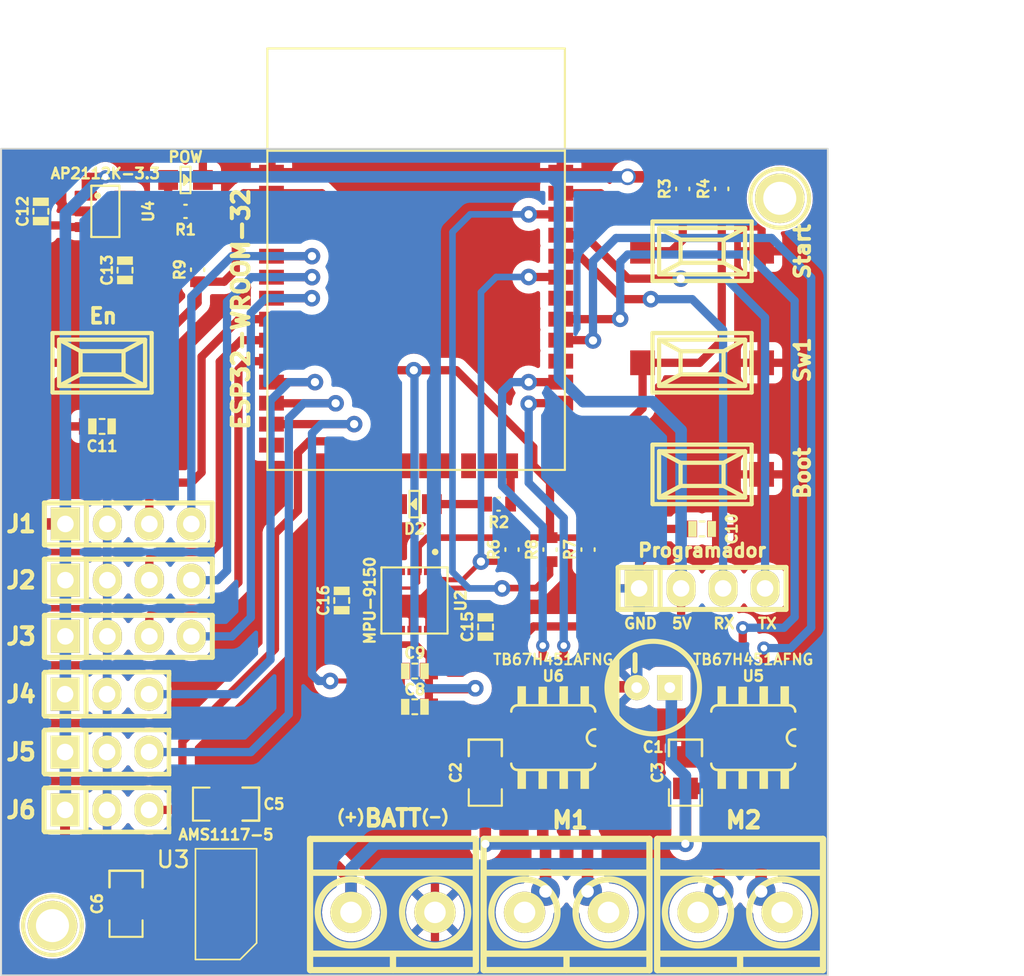
<source format=kicad_pcb>
(kicad_pcb (version 20221018) (generator pcbnew)
  (layers (0 "F.Cu" signal) (31 "B.Cu" signal) (34 "B.Paste" user) (35 "F.Paste" user) (36 "B.SilkS" user "B.Silkscreen") (37 "F.SilkS" user "F.Silkscreen") (38 "B.Mask" user) (39 "F.Mask" user) (44 "Edge.Cuts" user))
  (net 0 "")
  (net 1 "GND")
  (net 2 "/IO0")
  (net 3 "/EN")
  (net 4 "+5V")
  (net 5 "+3V3")
  (net 6 "VCC")
  (net 7 "Net-(U2-CPOUT)")
  (net 8 "Net-(U2-REGOUT)")
  (net 9 "/RXD0")
  (net 10 "/TXD0")
  (net 11 "/IN2_SENSOR")
  (net 12 "/OUT2_SENSOR")
  (net 13 "/IN1_SENSOR")
  (net 14 "/OUT1_SENSOR")
  (net 15 "/OUT3_SENSOR")
  (net 16 "/SDA")
  (net 17 "/SCL")
  (net 18 "/IO2")
  (net 19 "/BOTON_SWITCH_1")
  (net 20 "/BOTON_START")
  (net 22 "/IN3_SENSOR")
  (net 23 "/INT")
  (net 26 "/M2_IN2")
  (net 27 "/M2_IN1")
  (net 34 "/M1_IN2")
  (net 35 "/M1_IN1")
  (net 47 "/OUT_B_M1")
  (net 48 "/OUT_A_M1")
  (net 49 "/OUT_B_M2")
  (net 50 "/OUT_A_M2")
  (net 51 "Net-(LED1-A)")
  (net 52 "Net-(LED2-A)")
  (net 53 "/IN{slash}OUT1")
  (net 54 "/IN{slash}OUT2")
  (net 55 "/IN{slash}OUT3")
  (footprint "EESTN5:C_0805" (layer "F.Cu") (at 139.185 117.7466 -90)
    (fp_text reference "C2")
    (fp_text value "100nf" hide)
  )
  (footprint "footprints:SOT-223-3_TabPin2" (layer "F.Cu") (at 123.5 125.7 180)
    (fp_text reference "U3")
    (fp_text value "AMS1117-5")
  )
  (footprint "footprints:R_0603" (layer "F.Cu") (at 121.78 87.32 90)
    (fp_text reference "R9")
    (fp_text value "10K" hide)
  )
  (footprint "EESTN5:pad_3mm" (layer "F.Cu") (at 113 127)
    (fp_text reference "H2" hide)
    (fp_text value "Mounting_Hole" hide)
  )
  (footprint "footprints:C_0603" (layer "F.Cu") (at 130.5 107.33 90)
    (fp_text reference "C16")
    (fp_text value "100nF" hide)
  )
  (footprint "EESTN5:C_0805" (layer "F.Cu") (at 123.5 119.65 180)
    (fp_text reference "C5")
    (fp_text value "100nF" hide)
  )
  (footprint "EESTN5:Led_0805" (layer "F.Cu") (at 121.04902 81.89)
    (fp_text reference "LED1" hide)
    (fp_text value "POW")
  )
  (footprint "footprints:C_0603" (layer "F.Cu") (at 152.3 103 180)
    (fp_text reference "C10")
    (fp_text value "1n" hide)
  )
  (footprint "EESTN5:BORNERA2_AZUL" (layer "F.Cu") (at 133.6 126.2)
    (fp_text reference "J8" hide)
    (fp_text value "BATT")
  )
  (footprint "footprints:C_0603" (layer "F.Cu") (at 134.92 113.76 180)
    (fp_text reference "C8")
    (fp_text value "100nF" hide)
  )
  (footprint "EESTN5:pin_strip_4" (layer "F.Cu") (at 117.59 109.5)
    (fp_text reference "J3")
    (fp_text value "Sensor3" hide)
  )
  (footprint "EESTN5:Pulsador_SMD_2_ALTO" (layer "F.Cu") (at 152.3 92.95 180)
    (fp_text reference "Switch1" hide)
    (fp_text value "SW_Push" hide)
  )
  (footprint "footprints:R_0603" (layer "F.Cu") (at 143.1 104.2525 -90)
    (fp_text reference "R7")
    (fp_text value "10K" hide)
  )
  (footprint "footprints:TB67H451AFNG" (layer "F.Cu") (at 143.295 115.6266 180)
    (fp_text reference "U6")
    (fp_text value "TB67H451AFNG")
  )
  (footprint "EESTN5:Pin_Header_3" (layer "F.Cu") (at 116.3 120)
    (fp_text reference "J6")
    (fp_text value "Sensor6" hide)
  )
  (footprint "footprints:R_0603" (layer "F.Cu") (at 145.4 104.2525 90)
    (fp_text reference "R8")
    (fp_text value "1OK" hide)
  )
  (footprint "footprints:C_0603" (layer "F.Cu") (at 112.3 83.79 90)
    (fp_text reference "C12")
    (fp_text value "100nF" hide)
  )
  (footprint "EESTN5:Pulsador_SMD_2_ALTO" (layer "F.Cu") (at 152.3 86.2 180)
    (fp_text reference "Star1" hide)
    (fp_text value "SW_Push" hide)
  )
  (footprint "footprints:C_0603" (layer "F.Cu") (at 116 96.8)
    (fp_text reference "C11")
    (fp_text value "1n" hide)
  )
  (footprint "EESTN5:Led_0805" (layer "F.Cu") (at 134.9 101.5 180)
    (fp_text reference "LED2" hide)
    (fp_text value "D2")
  )
  (footprint "EESTN5:Pin_Header_3" (layer "F.Cu") (at 116.3 113)
    (fp_text reference "J4")
    (fp_text value "Sensor4" hide)
  )
  (footprint "EESTN5:BORNERA2_DUO" (layer "F.Cu") (at 144.1 126.2)
    (fp_text reference "BORNERA2" hide)
    (fp_text value "J**" hide)
  )
  (footprint "EESTN5:Pulsador_SMD_2_ALTO" (layer "F.Cu") (at 116 92.95)
    (fp_text reference "EN1" hide)
    (fp_text value "SW_Push" hide)
  )
  (footprint "footprints:C_0603" (layer "F.Cu") (at 134.92 111.6 180)
    (fp_text reference "C9")
    (fp_text value "10nF" hide)
  )
  (footprint "EESTN5:C_0805" (layer "F.Cu") (at 117.45 125.68 -90)
    (fp_text reference "C6")
    (fp_text value "10uF" hide)
  )
  (footprint "footprints:R_0603" (layer "F.Cu") (at 139.99 101.5)
    (fp_text reference "R2")
    (fp_text value "1K" hide)
  )
  (footprint "footprints:MPU-9150-Qfn-24" (layer "F.Cu") (at 134.9 107.33 -90)
    (fp_text reference "U2")
    (fp_text value "MPU-9150")
  )
  (footprint "EESTN5:Pulsador_SMD_2_ALTO" (layer "F.Cu") (at 152.3 99.7 180)
    (fp_text reference "BOOT1" hide)
    (fp_text value "SW_Push" hide)
  )
  (footprint "EESTN5:BORNERA2_DUO" (layer "F.Cu") (at 154.6 126.2)
    (fp_text reference "BORNERA2" hide)
    (fp_text value "J**" hide)
  )
  (footprint "EESTN5:pin_strip_4" (layer "F.Cu") (at 117.59 106.1)
    (fp_text reference "J2")
    (fp_text value "Sensor2" hide)
  )
  (footprint "footprints:C_0603" (layer "F.Cu") (at 139.2 108.93 90)
    (fp_text reference "C15")
    (fp_text value "2.2nF" hide)
  )
  (footprint "footprints:R_0603" (layer "F.Cu") (at 140.8 104.2525 -90)
    (fp_text reference "R6")
    (fp_text value "10K" hide)
  )
  (footprint "EESTN5:pad_3mm" (layer "F.Cu") (at 157 83)
    (fp_text reference "H1" hide)
    (fp_text value "Mounting_Hole" hide)
  )
  (footprint "EESTN5:CAP_ELEC_5x11mm" (layer "F.Cu") (at 149.345 112.6 90)
    (fp_text reference "C1")
    (fp_text value "100Uf/30V" hide)
  )
  (footprint "footprints:R_0603" (layer "F.Cu") (at 121.04902 83.79 180)
    (fp_text reference "R1")
    (fp_text value "1K" hide)
  )
  (footprint "EESTN5:Pin_Header_3" (layer "F.Cu") (at 116.3 116.5)
    (fp_text reference "J5")
    (fp_text value "Sensor5" hide)
  )
  (footprint "footprints:AP2112K-3.3-Sot25" (layer "F.Cu") (at 116.2 83.79)
    (fp_text reference "U4")
    (fp_text value "AP2112K-3.3")
  )
  (footprint "footprints:R_0603" (layer "F.Cu") (at 153.49 82.43 90)
    (fp_text reference "R4")
    (fp_text value "10K" hide)
  )
  (footprint "footprints:ESP32-WROOM-32" (layer "F.Cu") (at 135 89.67675)
    (fp_text reference "U1" hide)
    (fp_text value "ESP32-WROOM-32")
  )
  (footprint "footprints:R_0603" (layer "F.Cu") (at 151.13 82.43 90)
    (fp_text reference "R3")
    (fp_text value "10K" hide)
  )
  (footprint "footprints:TB67H451AFNG" (layer "F.Cu") (at 155.395 115.6266 180)
    (fp_text reference "U5")
    (fp_text value "TB67H451AFNG")
  )
  (footprint "footprints:C_0603" (layer "F.Cu") (at 117.39 87.35 90)
    (fp_text reference "C13")
    (fp_text value "10uF" hide)
  )
  (footprint "EESTN5:pin_strip_4" (layer "F.Cu") (at 117.59 102.7)
    (fp_text reference "J1")
    (fp_text value "Sensor1" hide)
  )
  (footprint "EESTN5:pin_strip_4" (layer "F.Cu") (at 152.3 106.6)
    (fp_text reference "Programador")
    (fp_text value "J7" hide)
  )
  (footprint "EESTN5:C_0805" (layer "F.Cu") (at 151.295 117.7466 -90)
    (fp_text reference "C3")
    (fp_text value "100nf" hide)
  )
  (gr_line (start 109.9 80) (end 159.9 80) (stroke (width 0.1)) (layer "Edge.Cuts"))
  (gr_line (start 159.9 130) (end 109.9 130) (stroke (width 0.1)) (layer "Edge.Cuts"))
  (gr_line (start 159.9 80) (end 159.9 130) (stroke (width 0.1)) (layer "Edge.Cuts"))
  (gr_line (start 109.9 130) (end 109.9 80) (stroke (width 0.1)) (layer "Edge.Cuts"))
  (gr_text "Boot" (at 158.9 101.3 90) (layer "F.SilkS") (effects (font (size 0.9 0.9) (thickness 0.225) bold) (justify left bottom)))
  (gr_text "(-)" (at 136.15 120.4) (layer "F.SilkS") (effects (font (size 0.64 0.64) (thickness 0.16) bold)))
  (gr_text "TX" (at 155.6 109.1) (layer "F.SilkS") (effects (font (size 0.64 0.64)) (justify left bottom)))
  (gr_text "(+)" (at 131.05 120.4) (layer "F.SilkS") (effects (font (size 0.64 0.64) (thickness 0.16) bold)))
  (gr_text "En" (at 115.1 90.65) (layer "F.SilkS") (effects (font (size 0.9 0.9) (thickness 0.225) bold) (justify left bottom)))
  (gr_text "GND" (at 147.5 109.1) (layer "F.SilkS") (effects (font (size 0.64 0.64)) (justify left bottom)))
  (gr_text "M1" (at 143.1 121.2) (layer "F.SilkS") (effects (font (size 1 1) (thickness 0.25) bold) (justify left bottom)))
  (gr_text "Sw1\n" (at 158.9 94.25 90) (layer "F.SilkS") (effects (font (size 0.9 0.9) (thickness 0.225) bold) (justify left bottom)))
  (gr_text "M2" (at 153.6 121.2) (layer "F.SilkS") (effects (font (size 1 1) (thickness 0.25) bold) (justify left bottom)))
  (gr_text "Start\n" (at 158.9 88.00086 90) (layer "F.SilkS") (effects (font (size 0.9 0.9) (thickness 0.225) bold) (justify left bottom)))
  (gr_text "RX" (at 152.9 109.1) (layer "F.SilkS") (effects (font (size 0.64 0.64)) (justify left bottom)))
  (gr_text "5V" (at 150.4 109.1) (layer "F.SilkS") (effects (font (size 0.64 0.64)) (justify left bottom)))
  (segment (start 157.8 86.2) (end 158 86) (width 0.5) (layer "F.Cu") (net 1))
  (segment (start 155.89918 102.30082) (end 155.89918 99.7) (width 0.5) (layer "F.Cu") (net 1))
  (segment (start 134.65 108.1) (end 134.65 107.13) (width 0.2) (layer "F.Cu") (net 1))
  (segment (start 130.5 108.18) (end 128.54 108.18) (width 0.5) (layer "F.Cu") (net 1))
  (segment (start 136.395 109.78) (end 139.2 109.78) (width 0.3) (layer "F.Cu") (net 1))
  (segment (start 136.165 109.55) (end 136.15 109.55) (width 0.3) (layer "F.Cu") (net 1))
  (segment (start 116.3 102.72) (end 116.32 102.7) (width 0.5) (layer "F.Cu") (net 1))
  (segment (start 133.5 90.54175) (end 133.5 89.14175) (width 0.5) (layer "F.Cu") (net 1))
  (segment (start 136.135 105.61) (end 136.15 105.595) (width 0.2) (layer "F.Cu") (net 1))
  (segment (start 117.45 122.95) (end 117.45 124.7275) (width 0.5) (layer "F.Cu") (net 1))
  (segment (start 126.25 81.42175) (end 134.7 81.42175) (width 0.5) (layer "F.Cu") (net 1))
  (segment (start 124.01 81.89) (end 124.47825 81.42175) (width 0.5) (layer "F.Cu") (net 1))
  (segment (start 116.4 85.37) (end 115.91 85.86) (width 0.5) (layer "F.Cu") (net 1))
  (segment (start 139.185 116.7941) (end 134.3059 116.7941) (width 0.5) (layer "F.Cu") (net 1))
  (segment (start 134.07 119.49) (end 133.91 119.65) (width 0.5) (layer "F.Cu") (net 1))
  (segment (start 151.285 115.6266) (end 151.295 115.6366) (width 0.5) (layer "F.Cu") (net 1))
  (segment (start 115.91 88.17) (end 115.94 88.2) (width 0.5) (layer "F.Cu") (net 1))
  (segment (start 157.3 112.5532) (end 157.3 115.6266) (width 0.7) (layer "F.Cu") (net 1))
  (segment (start 124.4525 119.65) (end 128.45 119.65) (width 0.6) (layer "F.Cu") (net 1))
  (segment (start 133.85098 101.5) (end 129.9 101.5) (width 0.7) (layer "F.Cu") (net 1))
  (segment (start 128.54 108.18) (end 128.41 108.31) (width 0.5) (layer "F.Cu") (net 1))
  (segment (start 157.3 115.6266) (end 155.395 115.6266) (width 0.7) (layer "F.Cu") (net 1))
  (segment (start 153.15 104.35) (end 153.15 103.1025) (width 0.5) (layer "F.Cu") (net 1))
  (segment (start 133.91 119.65) (end 136.14 121.88) (width 0.6) (layer "F.Cu") (net 1))
  (segment (start 135.5 107.08) (end 134.7 107.08) (width 0.2) (layer "F.Cu") (net 1))
  (segment (start 116.32 101.02) (end 116.32 102.7) (width 0.5) (layer "F.Cu") (net 1))
  (segment (start 148.9 104.7) (end 152.8 104.7) (width 0.5) (layer "F.Cu") (net 1))
  (segment (start 139.185 116.7941) (end 139.185 115.8266) (width 0.5) (layer "F.Cu") (net 1))
  (segment (start 115.91 85.86) (end 115.91 88.17) (width 0.5) (layer "F.Cu") (net 1))
  (segment (start 131.9175 108.2825) (end 132.12 108.08) (width 0.2) (layer "F.Cu") (net 1))
  (segment (start 143.93 116.2616) (end 143.295 115.6266) (width 0.7) (layer "F.Cu") (net 1))
  (segment (start 148.2982 112.5532) (end 148.345 112.6) (width 0.7) (layer "F.Cu") (net 1))
  (segment (start 112.3 82.94) (end 113.16 82.94) (width 0.5) (layer "F.Cu") (net 1))
  (segment (start 115.015 83.79) (end 116.15 83.79) (width 0.5) (layer "F.Cu") (net 1))
  (segment (start 132.1 89.14175) (end 134.9 89.14175) (width 0.5) (layer "F.Cu") (net 1))
  (segment (start 153.15 103.1025) (end 153.2525 103) (width 0.5) (layer "F.Cu") (net 1))
  (segment (start 135.65 107.08) (end 136.135 106.595) (width 0.2) (layer "F.Cu") (net 1))
  (segment (start 116.3 116.5) (end 116.3 102.72) (width 0.5) (layer "F.Cu") (net 1))
  (segment (start 155.89918 92.95) (end 155.89918 86.2) (width 0.5) (layer "F.Cu") (net 1))
  (segment (start 115.15 99.85) (end 116.32 101.02) (width 0.5) (layer "F.Cu") (net 1))
  (segment (start 136.15 109.065) (end 135.65 109.065) (width 0.2) (layer "F.Cu") (net 1))
  (segment (start 126.20175 81.47) (end 126.25 81.42175) (width 0.5) (layer "F.Cu") (net 1))
  (segment (start 134.7 107.08) (end 133.165 107.08) (width 0.2) (layer "F.Cu") (net 1))
  (segment (start 134.65 109.065) (end 134.65 108.1) (width 0.2) (layer "F.Cu") (net 1))
  (segment (start 136.15 109.065) (end 136.15 109.55) (width 0.3) (layer "F.Cu") (net 1))
  (segment (start 145.2 112.5532) (end 148.2982 112.5532) (width 0.7) (layer "F.Cu") (net 1))
  (segment (start 134.9 87.74175) (end 132.1 87.74175) (width 0.5) (layer "F.Cu") (net 1))
  (segment (start 122.09804 81.89) (end 124.01 81.89) (width 0.5) (layer "F.Cu") (net 1))
  (segment (start 113.16 82.94) (end 114.01 83.79) (width 0.5) (layer "F.Cu") (net 1))
  (segment (start 116.3 121.8) (end 117.45 122.95) (width 0.5) (layer "F.Cu") (net 1))
  (segment (start 124.47825 81.42175) (end 126.25 81.42175) (width 0.5) (layer "F.Cu") (net 1))
  (segment (start 128.41 102.99) (end 129.9 101.5) (width 0.5) (layer "F.Cu") (net 1))
  (segment (start 145.2 115.6266) (end 143.295 115.6266) (width 0.7) (layer "F.Cu") (net 1))
  (segment (start 126.65 128) (end 126.65 128.89) (width 0.5) (layer "F.Cu") (net 1))
  (segment (start 134.7 81.42175) (end 143.75 81.42175) (width 0.5) (layer "F.Cu") (net 1))
  (segment (start 128.45 119.65) (end 133.91 119.65) (width 0.6) (layer "F.Cu") (net 1))
  (segment (start 112.40082 95.90082) (end 112.40082 89.93918) (width 0.5) (layer "F.Cu") (net 1))
  (segment (start 133.165 108.08) (end 134.63 108.08) (width 0.2) (layer "F.Cu") (net 1))
  (segment (start 155.89918 86.2) (end 157.8 86.2) (width 0.5) (layer "F.Cu") (net 1))
  (segment (start 145.2 112.5532) (end 145.2 115.6266) (width 0.7) (layer "F.Cu") (net 1))
  (segment (start 132.1 87.74175) (end 132.1 90.54175) (width 0.5) (layer "F.Cu") (net 1))
  (segment (start 155.89918 99.7) (end 155.89918 92.95) (width 0.5) (layer "F.Cu") (net 1))
  (segment (start 155.2 103) (end 155.89918 102.30082) (width 0.5) (layer "F.Cu") (net 1))
  (segment (start 134.9 87.74175) (end 134.9 81.62175) (width 0.5) (layer "F.Cu") (net 1))
  (segment (start 156.03 118.7) (end 156.03 116.2616) (width 0.7) (layer "F.Cu") (net 1))
  (segment (start 114.01 83.79) (end 115.015 83.79) (width 0.5) (layer "F.Cu") (net 1))
  (segment (start 128.41 119.61) (end 128.45 119.65) (width 0.5) (layer "F.Cu") (net 1))
  (segment (start 113.3 96.8) (end 112.40082 95.90082) (width 0.5) (layer "F.Cu") (net 1))
  (segment (start 136.165 109.55) (end 136.395 109.78) (width 0.3) (layer "F.Cu") (net 1))
  (segment (start 128.41 108.31) (end 128.41 102.99) (width 0.5) (layer "F.Cu") (net 1))
  (segment (start 126.24825 81.42) (end 126.25 81.42175) (width 0.5) (layer "F.Cu") (net 1))
  (segment (start 139.385 115.6266) (end 143.295 115.6266) (width 0.5) (layer "F.Cu") (net 1))
  (segment (start 135.65 109.065) (end 135.65 107.08) (width 0.2) (layer "F.Cu") (net 1))
  (segment (start 143.295 115.6266) (end 151.285 115.6266) (width 0.5) (layer "F.Cu") (net 1))
  (segment (start 152.8 104.7) (end 153.15 104.35) (width 0.5) (layer "F.Cu") (net 1))
  (segment (start 134.9 81.62175) (end 134.7 81.42175) (width 0.5) (layer "F.Cu") (net 1))
  (segment (start 133.5 87.74175) (end 133.5 89.14175) (width 0.5) (layer "F.Cu") (net 1))
  (segment (start 136.14 121.88) (end 136.14 126.2) (width 0.5) (layer "F.Cu") (net 1))
  (segment (start 156.03 116.2616) (end 155.395 115.6266) (width 0.7) (layer "F.Cu") (net 1))
  (segment (start 153.2525 103) (end 155.2 103) (width 0.5) (layer "F.Cu") (net 1))
  (segment (start 148.49 106.6) (end 148.49 105.11) (width 0.5) (layer "F.Cu") (net 1))
  (segment (start 129.9 101.5) (end 129.285 100.885) (width 0.7) (layer "F.Cu") (net 1))
  (segment (start 151.285 115.6266) (end 155.395 115.6266) (width 0.5) (layer "F.Cu") (net 1))
  (segment (start 115.94 88.2) (end 117.39 88.2) (width 0.5) (layer "F.Cu") (net 1))
  (segment (start 131.9175 108.2825) (end 130.5 108.2825) (width 0.2) (layer "F.Cu") (net 1))
  (segment (start 132.1 90.54175) (end 134.9 90.54175) (width 0.5) (layer "F.Cu") (net 1))
  (segment (start 151.295 115.6366) (end 151.295 116.7941) (width 0.5) (layer "F.Cu") (net 1))
  (segment (start 115.15 96.8) (end 113.3 96.8) (width 0.5) (layer "F.Cu") (net 1))
  (segment (start 143.93 118.7) (end 143.93 116.2616) (width 0.7) (layer "F.Cu") (net 1))
  (segment (start 136.14 128.46) (end 136.14 126.2) (width 0.5) (layer "F.Cu") (net 1))
  (segment (start 126.56 127.91) (end 126.56 127.85) (width 0.5) (layer "F.Cu") (net 1))
  (segment (start 148.49 105.11) (end 148.9 104.7) (width 0.5) (layer "F.Cu") (net 1))
  (segment (start 134.63 108.08) (end 134.65 108.1) (width 0.2) (layer "F.Cu") (net 1))
  (segment (start 135.65 107.08) (end 135.5 107.08) (width 0.2) (layer "F.Cu") (net 1))
  (segment (start 128.41 108.31) (end 128.41 119.61) (width 0.5) (layer "F.Cu") (net 1))
  (segment (start 134.65 107.13) (end 134.7 107.08) (width 0.2) (layer "F.Cu") (net 1))
  (segment (start 139.185 115.8266) (end 139.385 115.6266) (width 0.5) (layer "F.Cu") (net 1))
  (segment (start 127.16 129.4) (end 135.2 129.4) (width 0.5) (layer "F.Cu") (net 1))
  (segment (start 134.9 90.54175) (end 134.9 87.74175) (width 0.5) (layer "F.Cu") (net 1))
  (segment (start 115.15 99.85) (end 115.15 96.8) (width 0.5) (layer "F.Cu") (net 1))
  (segment (start 129.285 100.885) (end 129.285 99.18175) (width 0.7) (layer "F.Cu") (net 1))
  (segment (start 134.07 113.76) (end 134.07 119.49) (width 0.5) (layer "F.Cu") (net 1))
  (segment (start 116.3 120) (end 116.3 116.5) (width 0.5) (layer "F.Cu") (net 1))
  (segment (start 136.14 121.88) (end 134.76 120.5) (width 0.5) (layer "F.Cu") (net 1))
  (segment (start 133.165 108.08) (end 132.12 108.08) (width 0.2) (layer "F.Cu") (net 1))
  (segment (start 116.4 84.04) (end 116.4 85.37) (width 0.5) (layer "F.Cu") (net 1))
  (segment (start 116.3 120) (end 116.3 121.8) (width 0.5) (layer "F.Cu") (net 1))
  (segment (start 112.40082 89.93918) (end 114.14 88.2) (width 0.5) (layer "F.Cu") (net 1))
  (segment (start 116.15 83.79) (end 116.4 84.04) (width 0.5) (layer "F.Cu") (net 1))
  (segment (start 126.65 128.89) (end 127.16 129.4) (width 0.5) (layer "F.Cu") (net 1))
  (segment (start 134.07 111.6) (end 134.07 113.76) (width 0.5) (layer "F.Cu") (net 1))
  (segment (start 135.2 129.4) (end 136.14 128.46) (width 0.5) (layer "F.Cu") (net 1))
  (segment (start 136.135 106.595) (end 136.135 105.61) (width 0.2) (layer "F.Cu") (net 1))
  (segment (start 114.14 88.2) (end 115.94 88.2) (width 0.5) (layer "F.Cu") (net 1))
  (segment (start 116.32 119.98) (end 116.3 120) (width 0.5) (layer "B.Cu") (net 1))
  (segment (start 148.39 106.7) (end 148.49 106.6) (width 0.7) (layer "B.Cu") (net 1))
  (segment (start 148.345 109.735) (end 148.49 109.59) (width 0.7) (layer "B.Cu") (net 1))
  (segment (start 148.49 109.59) (end 148.49 106.6) (width 0.7) (layer "B.Cu") (net 1))
  (segment (start 116.32 102.7) (end 116.32 119.98) (width 0.5) (layer "B.Cu") (net 1))
  (segment (start 148.345 112.6) (end 148.345 109.735) (width 0.7) (layer "B.Cu") (net 1))
  (segment (start 147.80082 102.49918) (end 148.70082 102.49918) (width 0.5) (layer "F.Cu") (net 2))
  (segment (start 146.6525 104.9775) (end 147.5 104.13) (width 0.5) (layer "F.Cu") (net 2))
  (segment (start 148.79918 102.49918) (end 148.70082 102.49918) (width 0.5) (layer "F.Cu") (net 2))
  (segment (start 148.70082 98.33082) (end 148.70082 99.7) (width 0.5) (layer "F.Cu") (net 2))
  (segment (start 147.5 102.8) (end 147.80082 102.49918) (width 0.5) (layer "F.Cu") (net 2))
  (segment (start 148.30175 97.93175) (end 148.70082 98.33082) (width 0.5) (layer "F.Cu") (net 2))
  (segment (start 148.70082 102.49918) (end 148.70082 99.7) (width 0.5) (layer "F.Cu") (net 2))
  (segment (start 143.75 97.93175) (end 148.30175 97.93175) (width 0.5) (layer "F.Cu") (net 2))
  (segment (start 147.5 104.13) (end 147.5 102.8) (width 0.5) (layer "F.Cu") (net 2))
  (segment (start 149.3 103) (end 148.79918 102.49918) (width 0.5) (layer "F.Cu") (net 2))
  (segment (start 145.4 104.9775) (end 146.6525 104.9775) (width 0.5) (layer "F.Cu") (net 2))
  (segment (start 151.3475 103) (end 149.3 103) (width 0.5) (layer "F.Cu") (net 2))
  (segment (start 125.04825 83.96175) (end 126.25 83.96175) (width 0.5) (layer "F.Cu") (net 3))
  (segment (start 119.59918 95.90082) (end 119.59918 92.95) (width 0.5) (layer "F.Cu") (net 3))
  (segment (start 124.09 84.92) (end 125.04825 83.96175) (width 0.5) (layer "F.Cu") (net 3))
  (segment (start 119.59918 92.95) (end 119.59918 91.50082) (width 0.5) (layer "F.Cu") (net 3))
  (segment (start 121.78 89.32) (end 121.78 88.045) (width 0.5) (layer "F.Cu") (net 3))
  (segment (start 124.09 87.34) (end 124.09 84.92) (width 0.5) (layer "F.Cu") (net 3))
  (segment (start 123.385 88.045) (end 124.09 87.34) (width 0.5) (layer "F.Cu") (net 3))
  (segment (start 121.78 88.045) (end 123.385 88.045) (width 0.5) (layer "F.Cu") (net 3))
  (segment (start 116.85 96.8) (end 118.7 96.8) (width 0.5) (layer "F.Cu") (net 3))
  (segment (start 118.7 96.8) (end 119.59918 95.90082) (width 0.5) (layer "F.Cu") (net 3))
  (segment (start 119.59918 91.50082) (end 121.78 89.32) (width 0.5) (layer "F.Cu") (net 3))
  (segment (start 116.2 81.7) (end 115.2 81.7) (width 0.5) (layer "F.Cu") (net 4))
  (segment (start 113.78 102.7) (end 112.1 102.7) (width 0.7) (layer "F.Cu") (net 4))
  (segment (start 151.1 106.67) (end 151.03 106.6) (width 0.5) (layer "F.Cu") (net 4))
  (segment (start 117.45 126.6325) (end 118.3275 126.6325) (width 0.6) (layer "F.Cu") (net 4))
  (segment (start 151.13 81.705) (end 153.49 81.705) (width 0.7) (layer "F.Cu") (net 4))
  (segment (start 110.94 101.54) (end 110.94 85.36) (width 0.7) (layer "F.Cu") (net 4))
  (segment (start 147.79445 81.7) (end 151.125 81.7) (width 0.7) (layer "F.Cu") (net 4))
  (segment (start 152.9 108.9) (end 153.49 109.49) (width 0.5) (layer "F.Cu") (net 4))
  (segment (start 151.125 81.7) (end 151.13 81.705) (width 0.7) (layer "F.Cu") (net 4))
  (segment (start 118.3275 126.6325) (end 119.26 125.7) (width 0.6) (layer "F.Cu") (net 4))
  (segment (start 117.45 126.6325) (end 115.9125 126.6325) (width 0.6) (layer "F.Cu") (net 4))
  (segment (start 113.78 84.74) (end 113.68 84.64) (width 0.5) (layer "F.Cu") (net 4))
  (segment (start 115.015 84.74) (end 113.78 84.74) (width 0.5) (layer "F.Cu") (net 4))
  (segment (start 153.49 109.49) (end 153.49 112.5532) (width 0.5) (layer "F.Cu") (net 4))
  (segment (start 113.68 84.64) (end 112.3 84.64) (width 0.5) (layer "F.Cu") (net 4))
  (segment (start 112.1 102.7) (end 110.94 101.54) (width 0.7) (layer "F.Cu") (net 4))
  (segment (start 113.76 124.48) (end 113.76 120) (width 0.6) (layer "F.Cu") (net 4))
  (segment (start 151.1 108.9) (end 152.9 108.9) (width 0.5) (layer "F.Cu") (net 4))
  (segment (start 126.65 125.7) (end 120.35 125.7) (width 0.7) (layer "F.Cu") (net 4))
  (segment (start 141.39 109.61) (end 142.1 108.9) (width 0.5) (layer "F.Cu") (net 4))
  (segment (start 111.66 84.64) (end 112.3 84.64) (width 0.7) (layer "F.Cu") (net 4))
  (segment (start 115.9125 126.6325) (end 113.76 124.48) (width 0.6) (layer "F.Cu") (net 4))
  (segment (start 141.39 112.5532) (end 141.39 109.61) (width 0.5) (layer "F.Cu") (net 4))
  (segment (start 142.1 108.9) (end 151.1 108.9) (width 0.5) (layer "F.Cu") (net 4))
  (segment (start 119.26 125.7) (end 120.35 125.7) (width 0.6) (layer "F.Cu") (net 4))
  (segment (start 110.94 85.36) (end 111.66 84.64) (width 0.7) (layer "F.Cu") (net 4))
  (segment (start 151.03 106.6) (end 151.03 108.83) (width 0.5) (layer "F.Cu") (net 4))
  (segment (start 151.03 108.83) (end 151.1 108.9) (width 0.5) (layer "F.Cu") (net 4))
  (segment (start 115.2 81.7) (end 115.015 81.885) (width 0.5) (layer "F.Cu") (net 4))
  (segment (start 115.015 81.885) (end 115.015 82.84) (width 0.5) (layer "F.Cu") (net 4))
  (via (at 147.79445 81.7) (size 1) (drill 0.7) (layers "F.Cu" "B.Cu") (net 4))
  (via (at 116.2 81.7) (size 0.8) (drill 0.4) (layers "F.Cu" "B.Cu") (net 4))
  (segment (start 116.2 81.7) (end 143.2 81.7) (width 0.7) (layer "B.Cu") (net 4))
  (segment (start 116.2 81.7) (end 116 81.7) (width 0.5) (layer "B.Cu") (net 4))
  (segment (start 113.78 102.7) (end 113.78 119.98) (width 0.7) (layer "B.Cu") (net 4))
  (segment (start 143.67 82.17) (end 143.2 81.7) (width 0.7) (layer "B.Cu") (net 4))
  (segment (start 145.11 95.3) (end 143.67 93.86) (width 0.7) (layer "B.Cu") (net 4))
  (segment (start 149.3 95.3) (end 145.11 95.3) (width 0.7) (layer "B.Cu") (net 4))
  (segment (start 113.78 83.92) (end 113.78 102.7) (width 0.7) (layer "B.Cu") (net 4))
  (segment (start 116 81.7) (end 115.9 81.8) (width 0.5) (layer "B.Cu") (net 4))
  (segment (start 113.78 119.98) (end 113.76 120) (width 0.7) (layer "B.Cu") (net 4))
  (segment (start 151.03 97.03) (end 149.3 95.3) (width 0.7) (layer "B.Cu") (net 4))
  (segment (start 151.03 106.6) (end 151.03 97.03) (width 0.7) (layer "B.Cu") (net 4))
  (segment (start 147.79445 81.7) (end 143.2 81.7) (width 0.7) (layer "B.Cu") (net 4))
  (segment (start 143.67 93.86) (end 143.67 82.17) (width 0.7) (layer "B.Cu") (net 4))
  (segment (start 115.9 81.8) (end 113.78 83.92) (width 0.7) (layer "B.Cu") (net 4))
  (segment (start 121.78 83.79598) (end 121.77402 83.79) (width 0.5) (layer "F.Cu") (net 5))
  (segment (start 117.39 82.845) (end 117.385 82.84) (width 0.5) (layer "F.Cu") (net 5))
  (segment (start 142.09 98.05675) (end 137.43325 93.4) (width 0.5) (layer "F.Cu") (net 5))
  (segment (start 121.78 86.595) (end 121.78 83.79598) (width 0.5) (layer "F.Cu") (net 5))
  (segment (start 131.92 93.4) (end 130.3 91.78) (width 0.5) (layer "F.Cu") (net 5))
  (segment (start 117.39 86.5) (end 117.39 82.845) (width 0.5) (layer "F.Cu") (net 5))
  (segment (start 135.15 106.25) (end 135.15 105.595) (width 0.2) (layer "F.Cu") (net 5))
  (segment (start 135.15 105.595) (end 135.15 104.05) (width 0.4) (layer "F.Cu") (net 5))
  (segment (start 137.43325 93.4) (end 131.92 93.4) (width 0.5) (layer "F.Cu") (net 5))
  (segment (start 135.77 113.76) (end 135.77 112.7) (width 0.5) (layer "F.Cu") (net 5))
  (segment (start 133.65 109.75) (end 133.9 110) (width 0.4) (layer "F.Cu") (net 5))
  (segment (start 121.77402 83.79) (end 123.48 83.79) (width 0.5) (layer "F.Cu") (net 5))
  (segment (start 120.815 86.595) (end 121.78 86.595) (width 0.5) (layer "F.Cu") (net 5))
  (segment (start 129.29175 82.69175) (end 126.25 82.69175) (width 0.5) (layer "F.Cu") (net 5))
  (segment (start 117.39 86.5) (end 119.5 86.5) (width 0.5) (layer "F.Cu") (net 5))
  (segment (start 130.3 83.7) (end 129.29175 82.69175) (width 0.5) (layer "F.Cu") (net 5))
  (segment (start 135.6725 103.5275) (end 140.8 103.5275) (width 0.4) (layer "F.Cu") (net 5))
  (segment (start 143.1 103.5275) (end 143.1 100.17) (width 0.5) (layer "F.Cu") (net 5))
  (segment (start 123.48 83.79) (end 124.57825 82.69175) (width 0.5) (layer "F.Cu") (net 5))
  (segment (start 135.15 104.05) (end 135.6725 103.5275) (width 0.4) (layer "F.Cu") (net 5))
  (segment (start 142.09 99.16) (end 142.09 98.05675) (width 0.5) (layer "F.Cu") (net 5))
  (segment (start 135.77 112.7) (end 138.52 112.7) (width 0.5) (layer "F.Cu") (net 5))
  (segment (start 133.65 109.065) (end 133.65 109.75) (width 0.4) (layer "F.Cu") (net 5))
  (segment (start 135.8 111.4475) (end 135.8525 111.5) (width 0.4) (layer "F.Cu") (net 5))
  (segment (start 135.77 112.7) (end 135.77 111.6) (width 0.5) (layer "F.Cu") (net 5))
  (segment (start 134.82 106.58) (end 135.15 106.25) (width 0.2) (layer "F.Cu") (net 5))
  (segment (start 135.8725 111.52) (end 135.8525 111.5) (width 0.5) (layer "F.Cu") (net 5))
  (segment (start 135 110) (end 135.77 110.77) (width 0.4) (layer "F.Cu") (net 5))
  (segment (start 119.5 86.5) (end 120.72 86.5) (width 0.5) (layer "F.Cu") (net 5))
  (segment (start 135.77 110.77) (end 135.77 111.6) (width 0.4) (layer "F.Cu") (net 5))
  (segment (start 124.57825 82.69175) (end 126.25 82.69175) (width 0.5) (layer "F.Cu") (net 5))
  (segment (start 130.3 91.78) (end 130.3 83.7) (width 0.5) (layer "F.Cu") (net 5))
  (segment (start 143.1 100.17) (end 142.09 99.16) (width 0.5) (layer "F.Cu") (net 5))
  (segment (start 140.8 103.5275) (end 145.4 103.5275) (width 0.4) (layer "F.Cu") (net 5))
  (segment (start 135.75 113.74) (end 135.77 113.76) (width 0.5) (layer "F.Cu") (net 5))
  (segment (start 133.165 106.58) (end 134.82 106.58) (width 0.2) (layer "F.Cu") (net 5))
  (segment (start 138.52 112.7) (end 138.58 112.64) (width 0.5) (layer "F.Cu") (net 5))
  (segment (start 120.72 86.5) (end 120.815 86.595) (width 0.5) (layer "F.Cu") (net 5))
  (segment (start 133.9 110) (end 135 110) (width 0.4) (layer "F.Cu") (net 5))
  (via (at 138.58 112.64) (size 1) (drill 0.5) (layers "F.Cu" "B.Cu") (net 5))
  (via (at 134.86 93.4) (size 1) (drill 0.5) (layers "F.Cu" "B.Cu") (net 5))
  (segment (start 134.86 93.4) (end 134.9 93.44) (width 0.5) (layer "B.Cu") (net 5))
  (segment (start 134.9 112.01) (end 135.53 112.64) (width 0.5) (layer "B.Cu") (net 5))
  (segment (start 135.53 112.64) (end 138.58 112.64) (width 0.5) (layer "B.Cu") (net 5))
  (segment (start 134.9 93.44) (end 134.9 112.01) (width 0.5) (layer "B.Cu") (net 5))
  (segment (start 151.285 118.7091) (end 151.295 118.6991) (width 0.7) (layer "F.Cu") (net 6))
  (segment (start 151.295 118.6991) (end 151.295 122.045) (width 0.7) (layer "F.Cu") (net 6))
  (segment (start 139.185 118.6991) (end 141.3891 118.6991) (width 0.7) (layer "F.Cu") (net 6))
  (segment (start 130.2 123.4) (end 131.06 124.26) (width 0.7) (layer "F.Cu") (net 6))
  (segment (start 151.295 118.6991) (end 153.4891 118.6991) (width 0.7) (layer "F.Cu") (net 6))
  (segment (start 126.65 123.4) (end 130.2 123.4) (width 0.7) (layer "F.Cu") (net 6))
  (segment (start 131.06 124.26) (end 131.06 126.2) (width 0.7) (layer "F.Cu") (net 6))
  (segment (start 151.295 122.045) (end 151.29 122.05) (width 0.7) (layer "F.Cu") (net 6))
  (segment (start 141.3891 118.6991) (end 141.39 118.7) (width 0.7) (layer "F.Cu") (net 6))
  (segment (start 123.2 123.4) (end 126.65 123.4) (width 0.7) (layer "F.Cu") (net 6))
  (segment (start 122.5475 122.7475) (end 123.2 123.4) (width 0.7) (layer "F.Cu") (net 6))
  (segment (start 153.4891 118.6991) (end 153.49 118.7) (width 0.7) (layer "F.Cu") (net 6))
  (segment (start 122.5475 122.7475) (end 122.5475 119.65) (width 0.7) (layer "F.Cu") (net 6))
  (segment (start 139.185 122.055) (end 139.19 122.06) (width 0.7) (layer "F.Cu") (net 6))
  (segment (start 139.185 118.6991) (end 139.185 122.055) (width 0.7) (layer "F.Cu") (net 6))
  (via (at 139.19 122.06) (size 1) (drill 0.5) (layers "F.Cu" "B.Cu") (net 6))
  (via (at 151.29 122.05) (size 1) (drill 0.5) (layers "F.Cu" "B.Cu") (net 6))
  (segment (start 150.44 117.09) (end 150.44 112.695) (width 0.7) (layer "B.Cu") (net 6))
  (segment (start 139.35 122.06) (end 132.54 122.06) (width 0.7) (layer "B.Cu") (net 6))
  (segment (start 132.54 122.06) (end 131.06 123.54) (width 0.7) (layer "B.Cu") (net 6))
  (segment (start 151.29 122.05) (end 151.29 117.94) (width 0.7) (layer "B.Cu") (net 6))
  (segment (start 139.35 122.06) (end 151.25 122.06) (width 0.7) (layer "B.Cu") (net 6))
  (segment (start 151.25 122.06) (end 151.26 122.07) (width 0.7) (layer "B.Cu") (net 6))
  (segment (start 131.06 123.54) (end 131.06 126.2) (width 0.7) (layer "B.Cu") (net 6))
  (segment (start 151.29 117.94) (end 150.44 117.09) (width 0.7) (layer "B.Cu") (net 6))
  (segment (start 150.44 112.695) (end 150.345 112.6) (width 0.7) (layer "B.Cu") (net 6))
  (segment (start 136.635 108.08) (end 139.1925 108.08) (width 0.3) (layer "F.Cu") (net 7))
  (segment (start 139.1925 108.08) (end 139.2 108.0875) (width 0.3) (layer "F.Cu") (net 7))
  (segment (start 132 107.3) (end 132.28 107.58) (width 0.3) (layer "F.Cu") (net 8))
  (segment (start 132 107.3) (end 132 106.7) (width 0.3) (layer "F.Cu") (net 8))
  (segment (start 132 106.7) (end 131.78 106.48) (width 0.3) (layer "F.Cu") (net 8))
  (segment (start 131.78 106.48) (end 130.5 106.48) (width 0.3) (layer "F.Cu") (net 8))
  (segment (start 133.165 107.58) (end 132.28 107.58) (width 0.3) (layer "F.Cu") (net 8))
  (segment (start 149.2 89.1) (end 147.52 89.1) (width 0.5) (layer "F.Cu") (net 9))
  (segment (start 147.52 89.1) (end 144.92175 86.50175) (width 0.5) (layer "F.Cu") (net 9))
  (segment (start 144.92175 86.50175) (end 143.75 86.50175) (width 0.5) (layer "F.Cu") (net 9))
  (via (at 149.2 89.1) (size 1) (drill 0.5) (layers "F.Cu" "B.Cu") (net 9))
  (segment (start 153.57 90.97) (end 153.57 106.6) (width 0.5) (layer "B.Cu") (net 9))
  (segment (start 149.2 89.1) (end 151.7 89.1) (width 0.5) (layer "B.Cu") (net 9))
  (segment (start 151.7 89.1) (end 153.57 90.97) (width 0.5) (layer "B.Cu") (net 9))
  (segment (start 151.01 87.86) (end 147.82 87.86) (width 0.5) (layer "F.Cu") (net 10))
  (segment (start 145.19175 85.23175) (end 143.75 85.23175) (width 0.5) (layer "F.Cu") (net 10))
  (segment (start 147.82 87.86) (end 145.19175 85.23175) (width 0.5) (layer "F.Cu") (net 10))
  (via (at 151.01 87.86) (size 1) (drill 0.5) (layers "F.Cu" "B.Cu") (net 10))
  (segment (start 156.11 90.21) (end 156.11 106.6) (width 0.5) (layer "B.Cu") (net 10))
  (segment (start 151.01 87.86) (end 153.76 87.86) (width 0.5) (layer "B.Cu") (net 10))
  (segment (start 153.76 87.86) (end 156.11 90.21) (width 0.5) (layer "B.Cu") (net 10))
  (segment (start 126.25175 87.77) (end 126.25 87.77175) (width 0.5) (layer "F.Cu") (net 11))
  (segment (start 128.7 87.77) (end 126.25175 87.77) (width 0.5) (layer "F.Cu") (net 11))
  (segment (start 128.7 87.8) (end 128.67175 87.77175) (width 0.5) (layer "F.Cu") (net 11))
  (via (at 128.7 87.77) (size 1) (drill 0.5) (layers "F.Cu" "B.Cu") (net 11))
  (segment (start 122.98 106.1) (end 123.56 105.52) (width 0.5) (layer "B.Cu") (net 11))
  (segment (start 123.56 105.52) (end 123.56 89.25) (width 0.5) (layer "B.Cu") (net 11))
  (segment (start 121.4 106.1) (end 122.98 106.1) (width 0.5) (layer "B.Cu") (net 11))
  (segment (start 125.04 87.77) (end 128.7 87.77) (width 0.5) (layer "B.Cu") (net 11))
  (segment (start 123.56 89.25) (end 125.04 87.77) (width 0.5) (layer "B.Cu") (net 11))
  (segment (start 118.86 104.8) (end 119.26 104.4) (width 0.5) (layer "F.Cu") (net 12))
  (segment (start 119.26 104.4) (end 122.6 104.4) (width 0.5) (layer "F.Cu") (net 12))
  (segment (start 122.6 104.4) (end 123.12 103.88) (width 0.5) (layer "F.Cu") (net 12))
  (segment (start 123.12 92.88) (end 124.41825 91.58175) (width 0.5) (layer "F.Cu") (net 12))
  (segment (start 124.41825 91.58175) (end 126.25 91.58175) (width 0.5) (layer "F.Cu") (net 12))
  (segment (start 118.86 106.1) (end 118.86 104.8) (width 0.5) (layer "F.Cu") (net 12))
  (segment (start 123.12 103.88) (end 123.12 92.88) (width 0.5) (layer "F.Cu") (net 12))
  (segment (start 128 86.5) (end 128.7 86.5) (width 0.5) (layer "F.Cu") (net 13))
  (segment (start 128.69825 86.50175) (end 128.7 86.5) (width 0.5) (layer "F.Cu") (net 13))
  (segment (start 126.25 86.50175) (end 128.69825 86.50175) (width 0.5) (layer "F.Cu") (net 13))
  (via (at 128.7 86.5) (size 1) (drill 0.5) (layers "F.Cu" "B.Cu") (net 13))
  (segment (start 123.85 86.5) (end 128.7 86.5) (width 0.5) (layer "B.Cu") (net 13))
  (segment (start 121.4 102.7) (end 121.4 88.95) (width 0.5) (layer "B.Cu") (net 13))
  (segment (start 121.4 88.95) (end 123.85 86.5) (width 0.5) (layer "B.Cu") (net 13))
  (segment (start 118.86 101.04) (end 119.7 100.2) (width 0.5) (layer "F.Cu") (net 14))
  (segment (start 124.28825 90.31175) (end 126.25 90.31175) (width 0.5) (layer "F.Cu") (net 14))
  (segment (start 126.24825 90.31) (end 126.25 90.31175) (width 0.5) (layer "F.Cu") (net 14))
  (segment (start 118.86 102.7) (end 118.86 101.04) (width 0.5) (layer "F.Cu") (net 14))
  (segment (start 121.4 100.2) (end 122.02 99.58) (width 0.5) (layer "F.Cu") (net 14))
  (segment (start 119.7 100.2) (end 121.4 100.2) (width 0.5) (layer "F.Cu") (net 14))
  (segment (start 122.02 99.58) (end 122.02 92.58) (width 0.5) (layer "F.Cu") (net 14))
  (segment (start 122.02 92.58) (end 124.28825 90.31175) (width 0.5) (layer "F.Cu") (net 14))
  (segment (start 118.86 109.5) (end 118.86 108.27) (width 0.5) (layer "F.Cu") (net 15))
  (segment (start 118.86 108.27) (end 119.31 107.82) (width 0.5) (layer "F.Cu") (net 15))
  (segment (start 119.31 107.82) (end 122.66 107.82) (width 0.5) (layer "F.Cu") (net 15))
  (segment (start 122.66 107.82) (end 124.25 106.23) (width 0.5) (layer "F.Cu") (net 15))
  (segment (start 124.25 106.23) (end 124.25 93.35) (width 0.5) (layer "F.Cu") (net 15))
  (segment (start 124.74825 92.85175) (end 126.25 92.85175) (width 0.5) (layer "F.Cu") (net 15))
  (segment (start 124.25 93.35) (end 124.74825 92.85175) (width 0.5) (layer "F.Cu") (net 15))
  (segment (start 140.8 104.9775) (end 138.9225 104.9775) (width 0.4) (layer "F.Cu") (net 16))
  (segment (start 143.73825 87.76) (end 143.75 87.77175) (width 0.5) (layer "F.Cu") (net 16))
  (segment (start 138.9225 104.9775) (end 138.695 105.205) (width 0.3) (layer "F.Cu") (net 16))
  (segment (start 137.82 106.08) (end 136.635 106.08) (width 0.3) (layer "F.Cu") (net 16))
  (segment (start 141.81 87.76) (end 143.73825 87.76) (width 0.5) (layer "F.Cu") (net 16))
  (segment (start 138.695 105.205) (end 137.82 106.08) (width 0.3) (layer "F.Cu") (net 16))
  (segment (start 143.72175 87.8) (end 143.75 87.77175) (width 0.4) (layer "F.Cu") (net 16))
  (via (at 141.81 87.76) (size 1) (drill 0.5) (layers "F.Cu" "B.Cu") (net 16))
  (via (at 138.9225 104.9775) (size 1) (drill 0.5) (layers "F.Cu" "B.Cu") (net 16))
  (segment (start 138.9225 88.6775) (end 138.9225 104.9775) (width 0.4) (layer "B.Cu") (net 16))
  (segment (start 139.84 87.76) (end 138.9225 88.6775) (width 0.4) (layer "B.Cu") (net 16))
  (segment (start 141.81 87.76) (end 139.84 87.76) (width 0.4) (layer "B.Cu") (net 16))
  (segment (start 143.1 104.9775) (end 143.1 105.75) (width 0.4) (layer "F.Cu") (net 17))
  (segment (start 143.71175 84) (end 143.75 83.96175) (width 0.4) (layer "F.Cu") (net 17))
  (segment (start 140.22 106.58) (end 142.27 106.58) (width 0.4) (layer "F.Cu") (net 17))
  (segment (start 143.1 105.75) (end 142.27 106.58) (width 0.4) (layer "F.Cu") (net 17))
  (segment (start 140.2 106.6) (end 140.22 106.58) (width 0.4) (layer "F.Cu") (net 17))
  (segment (start 143.74175 83.97) (end 143.75 83.96175) (width 0.5) (layer "F.Cu") (net 17))
  (segment (start 141.81 83.97) (end 143.74175 83.97) (width 0.5) (layer "F.Cu") (net 17))
  (segment (start 141.5 106.58) (end 142.27 106.58) (width 0.3) (layer "F.Cu") (net 17))
  (segment (start 136.635 106.58) (end 141.5 106.58) (width 0.3) (layer "F.Cu") (net 17))
  (segment (start 143.1 105.75) (end 143.1 105.205) (width 0.3) (layer "F.Cu") (net 17))
  (via (at 140.2 106.6) (size 1) (drill 0.5) (layers "F.Cu" "B.Cu") (net 17))
  (via (at 141.81 83.97) (size 1) (drill 0.5) (layers "F.Cu" "B.Cu") (net 17))
  (segment (start 138.2 106.6) (end 137.2 105.6) (width 0.4) (layer "B.Cu") (net 17))
  (segment (start 140.2 106.6) (end 138.2 106.6) (width 0.4) (layer "B.Cu") (net 17))
  (segment (start 137.2 105.6) (end 137.2 85.04) (width 0.4) (layer "B.Cu") (net 17))
  (segment (start 137.2 85.04) (end 138.27 83.97) (width 0.4) (layer "B.Cu") (net 17))
  (segment (start 138.27 83.97) (end 141.81 83.97) (width 0.4) (layer "B.Cu") (net 17))
  (segment (start 140.715 101.5) (end 140.715 99.18175) (width 0.5) (layer "F.Cu") (net 18))
  (segment (start 140.71075 99.186) (end 140.715 99.18175) (width 0.2) (layer "F.Cu") (net 18))
  (segment (start 147.73825 96.66175) (end 148.70082 95.69918) (width 0.5) (layer "F.Cu") (net 19))
  (segment (start 153.49 83.155) (end 153.49 91.61) (width 0.5) (layer "F.Cu") (net 19))
  (segment (start 152.15 92.95) (end 148.70082 92.95) (width 0.5) (layer "F.Cu") (net 19))
  (segment (start 153.49 91.61) (end 152.15 92.95) (width 0.5) (layer "F.Cu") (net 19))
  (segment (start 148.70082 95.69918) (end 148.70082 92.95) (width 0.5) (layer "F.Cu") (net 19))
  (segment (start 143.75 96.66175) (end 147.73825 96.66175) (width 0.5) (layer "F.Cu") (net 19))
  (segment (start 148.70082 86.2) (end 150.44 86.2) (width 0.5) (layer "F.Cu") (net 20))
  (segment (start 148.72 83.155) (end 146.625 83.155) (width 0.5) (layer "F.Cu") (net 20))
  (segment (start 150.44 86.2) (end 151.13 85.51) (width 0.5) (layer "F.Cu") (net 20))
  (segment (start 146.625 83.155) (end 146.16175 82.69175) (width 0.5) (layer "F.Cu") (net 20))
  (segment (start 148.70082 83.17418) (end 148.72 83.155) (width 0.5) (layer "F.Cu") (net 20))
  (segment (start 151.13 83.155) (end 148.72 83.155) (width 0.5) (layer "F.Cu") (net 20))
  (segment (start 146.16175 82.69175) (end 143.75 82.69175) (width 0.5) (layer "F.Cu") (net 20))
  (segment (start 151.13 85.51) (end 151.13 83.155) (width 0.5) (layer "F.Cu") (net 20))
  (segment (start 128.68825 89.04175) (end 128.69 89.04) (width 0.5) (layer "F.Cu") (net 22))
  (segment (start 126.25 89.04175) (end 128.68825 89.04175) (width 0.5) (layer "F.Cu") (net 22))
  (via (at 128.69 89.04) (size 1) (drill 0.5) (layers "F.Cu" "B.Cu") (net 22))
  (segment (start 123.85 109.5) (end 125 108.35) (width 0.5) (layer "B.Cu") (net 22))
  (segment (start 125 89.94) (end 125.9 89.04) (width 0.5) (layer "B.Cu") (net 22))
  (segment (start 125 108.35) (end 125 89.94) (width 0.5) (layer "B.Cu") (net 22))
  (segment (start 121.4 109.5) (end 123.85 109.5) (width 0.5) (layer "B.Cu") (net 22))
  (segment (start 125.9 89.04) (end 128.69 89.04) (width 0.5) (layer "B.Cu") (net 22))
  (segment (start 131.25 96.66) (end 131.24825 96.66175) (width 0.5) (layer "F.Cu") (net 23))
  (segment (start 131.24825 96.66175) (end 126.25 96.66175) (width 0.5) (layer "F.Cu") (net 23))
  (segment (start 132.42 108.58) (end 132.2 108.8) (width 0.3) (layer "F.Cu") (net 23))
  (segment (start 132.2 111.6) (end 131.6 112.2) (width 0.3) (layer "F.Cu") (net 23))
  (segment (start 132.2 108.8) (end 132.2 111.6) (width 0.3) (layer "F.Cu") (net 23))
  (segment (start 131.6 112.2) (end 129.8 112.2) (width 0.3) (layer "F.Cu") (net 23))
  (segment (start 133.165 108.58) (end 132.42 108.58) (width 0.3) (layer "F.Cu") (net 23))
  (via (at 129.8 112.2) (size 1) (drill 0.5) (layers "F.Cu" "B.Cu") (net 23))
  (via (at 131.25 96.66) (size 1) (drill 0.5) (layers "F.Cu" "B.Cu") (net 23))
  (segment (start 131.25 96.66) (end 129.26 96.66) (width 0.5) (layer "B.Cu") (net 23))
  (segment (start 129.1 112.2) (end 129.8 112.2) (width 0.5) (layer "B.Cu") (net 23))
  (segment (start 128.7 97.22) (end 128.7 111.8) (width 0.5) (layer "B.Cu") (net 23))
  (segment (start 129.26 96.66) (end 128.7 97.22) (width 0.5) (layer "B.Cu") (net 23))
  (segment (start 128.7 111.8) (end 129.1 112.2) (width 0.5) (layer "B.Cu") (net 23))
  (segment (start 141.84825 95.39175) (end 143.75 95.39175) (width 0.5) (layer "F.Cu") (net 26))
  (segment (start 143.93 110.06) (end 143.93 112.5532) (width 0.5) (layer "F.Cu") (net 26))
  (segment (start 141.81 95.43) (end 141.84825 95.39175) (width 0.5) (layer "F.Cu") (net 26))
  (via (at 141.81 95.43) (size 1) (drill 0.5) (layers "F.Cu" "B.Cu") (net 26))
  (via (at 143.93 110.06) (size 0.8) (drill 0.4) (layers "F.Cu" "B.Cu") (net 26))
  (segment (start 141.81 100.21) (end 141.81 95.43) (width 0.5) (layer "B.Cu") (net 26))
  (segment (start 143.93 102.33) (end 141.81 100.21) (width 0.5) (layer "B.Cu") (net 26))
  (segment (start 143.93 110.06) (end 143.93 102.33) (width 0.5) (layer "B.Cu") (net 26))
  (segment (start 142.66 110.06) (end 142.66 112.5532) (width 0.5) (layer "F.Cu") (net 27))
  (segment (start 141.81 94.12) (end 143.74825 94.12) (width 0.5) (layer "F.Cu") (net 27))
  (segment (start 143.74825 94.12) (end 143.75 94.12175) (width 0.5) (layer "F.Cu") (net 27))
  (via (at 141.81 94.12) (size 1) (drill 0.5) (layers "F.Cu" "B.Cu") (net 27))
  (via (at 142.66 110.06) (size 0.8) (drill 0.4) (layers "F.Cu" "B.Cu") (net 27))
  (segment (start 142.66 102.86) (end 142.66 110.06) (width 0.5) (layer "B.Cu") (net 27))
  (segment (start 141.81 94.12) (end 140.78 94.12) (width 0.5) (layer "B.Cu") (net 27))
  (segment (start 140.2 94.7) (end 140.2 100.4) (width 0.5) (layer "B.Cu") (net 27))
  (segment (start 140.78 94.12) (end 140.2 94.7) (width 0.5) (layer "B.Cu") (net 27))
  (segment (start 140.2 100.4) (end 142.66 102.86) (width 0.5) (layer "B.Cu") (net 27))
  (segment (start 156.03 110.22) (end 156.04 110.21) (width 0.5) (layer "F.Cu") (net 34))
  (segment (start 156.03 112.5532) (end 156.03 110.22) (width 0.5) (layer "F.Cu") (net 34))
  (segment (start 145.68175 91.58175) (end 143.75 91.58175) (width 0.5) (layer "F.Cu") (net 34))
  (segment (start 145.7 91.6) (end 145.68175 91.58175) (width 0.5) (layer "F.Cu") (net 34))
  (via (at 145.7 91.6) (size 1) (drill 0.5) (layers "F.Cu" "B.Cu") (net 34))
  (via (at 156.04 110.21) (size 0.8) (drill 0.4) (layers "F.Cu" "B.Cu") (net 34))
  (segment (start 156.5 85.4) (end 158.9 87.8) (width 0.5) (layer "B.Cu") (net 34))
  (segment (start 147.1 85.4) (end 156.5 85.4) (width 0.5) (layer "B.Cu") (net 34))
  (segment (start 145.7 86.8) (end 147.1 85.4) (width 0.5) (layer "B.Cu") (net 34))
  (segment (start 158.9 87.8) (end 158.9 108.97) (width 0.5) (layer "B.Cu") (net 34))
  (segment (start 158.9 108.97) (end 157.66 110.21) (width 0.5) (layer "B.Cu") (net 34))
  (segment (start 157.66 110.21) (end 156.04 110.21) (width 0.5) (layer "B.Cu") (net 34))
  (segment (start 145.7 91.6) (end 145.7 86.8) (width 0.5) (layer "B.Cu") (net 34))
  (segment (start 154.76 112.5532) (end 154.76 108.98) (width 0.5) (layer "F.Cu") (net 35))
  (segment (start 147.34 90.29) (end 147.31825 90.31175) (width 0.5) (layer "F.Cu") (net 35))
  (segment (start 147.31825 90.31175) (end 143.75 90.31175) (width 0.5) (layer "F.Cu") (net 35))
  (via (at 154.76 108.98) (size 0.8) (drill 0.4) (layers "F.Cu" "B.Cu") (net 35))
  (via (at 147.34 90.29) (size 1) (drill 0.5) (layers "F.Cu" "B.Cu") (net 35))
  (segment (start 157.9 89.2) (end 157.9 108.33) (width 0.5) (layer "B.Cu") (net 35))
  (segment (start 155.1 86.4) (end 157.9 89.2) (width 0.5) (layer "B.Cu") (net 35))
  (segment (start 157.9 108.33) (end 157.25 108.98) (width 0.5) (layer "B.Cu") (net 35))
  (segment (start 147.35 86.85) (end 147.8 86.4) (width 0.5) (layer "B.Cu") (net 35))
  (segment (start 147.34 90.29) (end 147.35 90.28) (width 0.5) (layer "B.Cu") (net 35))
  (segment (start 157.25 108.98) (end 154.76 108.98) (width 0.5) (layer "B.Cu") (net 35))
  (segment (start 147.8 86.4) (end 155.1 86.4) (width 0.5) (layer "B.Cu") (net 35))
  (segment (start 147.35 90.28) (end 147.35 86.85) (width 0.5) (layer "B.Cu") (net 35))
  (segment (start 153.33 124.93) (end 152.06 126.2) (width 0.7) (layer "F.Cu") (net 47))
  (segment (start 153.33 122.48) (end 154.76 121.05) (width 0.7) (layer "F.Cu") (net 47))
  (segment (start 153.33 124.93) (end 153.33 122.48) (width 0.7) (layer "F.Cu") (net 47))
  (segment (start 154.76 121.05) (end 154.76 118.7) (width 0.7) (layer "F.Cu") (net 47))
  (segment (start 157.3 121.35) (end 157.3 118.7) (width 0.7) (layer "F.Cu") (net 48))
  (segment (start 155.87 122.78) (end 157.3 121.35) (width 0.7) (layer "F.Cu") (net 48))
  (segment (start 155.87 124.93) (end 155.87 122.78) (width 0.7) (layer "F.Cu") (net 48))
  (segment (start 155.87 124.93) (end 157.14 126.2) (width 0.7) (layer "F.Cu") (net 48))
  (segment (start 141.56 126.2) (end 142.83 124.93) (width 0.7) (layer "F.Cu") (net 49))
  (segment (start 142.83 121.86) (end 142.83 124.93) (width 0.7) (layer "F.Cu") (net 49))
  (segment (start 142.66 118.7) (end 142.66 121.69) (width 0.7) (layer "F.Cu") (net 49))
  (segment (start 142.66 121.69) (end 142.83 121.86) (width 0.7) (layer "F.Cu") (net 49))
  (segment (start 142.815 124.915) (end 142.83 124.93) (width 0.7) (layer "F.Cu") (net 49))
  (segment (start 145.37 124.93) (end 146.64 126.2) (width 0.7) (layer "F.Cu") (net 50))
  (segment (start 145.37 121.82) (end 145.37 124.93) (width 0.7) (layer "F.Cu") (net 50))
  (segment (start 145.2 121.65) (end 145.37 121.82) (width 0.7) (layer "F.Cu") (net 50))
  (segment (start 145.2 118.7) (end 145.2 121.65) (width 0.7) (layer "F.Cu") (net 50))
  (segment (start 120 82.69) (end 120 81.89) (width 0.5) (layer "F.Cu") (net 51))
  (segment (start 120.32402 83.01402) (end 120 82.69) (width 0.5) (layer "F.Cu") (net 51))
  (segment (start 120.32402 83.79) (end 120.32402 83.01402) (width 0.5) (layer "F.Cu") (net 51))
  (segment (start 139.265 101.5) (end 135.94902 101.5) (width 0.5) (layer "F.Cu") (net 52))
  (segment (start 128.87825 94.12175) (end 126.25 94.12175) (width 0.5) (layer "F.Cu") (net 53))
  (segment (start 128.88 94.12) (end 128.87825 94.12175) (width 0.5) (layer "F.Cu") (net 53))
  (via (at 128.88 94.12) (size 1) (drill 0.5) (layers "F.Cu" "B.Cu") (net 53))
  (segment (start 128.88 94.12) (end 127.3 94.12) (width 0.5) (layer "B.Cu") (net 53))
  (segment (start 127.3 94.12) (end 126.19 95.23) (width 0.5) (layer "B.Cu") (net 53))
  (segment (start 126.19 110.91) (end 124.1 113) (width 0.5) (layer "B.Cu") (net 53))
  (segment (start 124.1 113) (end 118.84 113) (width 0.5) (layer "B.Cu") (net 53))
  (segment (start 126.19 95.23) (end 126.19 110.91) (width 0.5) (layer "B.Cu") (net 53))
  (segment (start 126.25825 95.4) (end 126.25 95.39175) (width 0.5) (layer "F.Cu") (net 54))
  (segment (start 130.13 95.4) (end 126.25825 95.4) (width 0.5) (layer "F.Cu") (net 54))
  (via (at 130.13 95.4) (size 1) (drill 0.5) (layers "F.Cu" "B.Cu") (net 54))
  (segment (start 127.3 114.2) (end 125 116.5) (width 0.5) (layer "B.Cu") (net 54))
  (segment (start 125 116.5) (end 118.84 116.5) (width 0.5) (layer "B.Cu") (net 54))
  (segment (start 127.3 96.3) (end 127.3 114.2) (width 0.5) (layer "B.Cu") (net 54))
  (segment (start 130.13 95.4) (end 128.2 95.4) (width 0.5) (layer "B.Cu") (net 54))
  (segment (start 128.2 95.4) (end 127.3 96.3) (width 0.5) (layer "B.Cu") (net 54))
  (segment (start 126.46 103.28) (end 127.85 101.89) (width 0.5) (layer "F.Cu") (net 55))
  (segment (start 130.555 98.255) (end 130.555 99.18175) (width 0.5) (layer "F.Cu") (net 55))
  (segment (start 130 97.7) (end 130.555 98.255) (width 0.5) (layer "F.Cu") (net 55))
  (segment (start 120.86 115.86) (end 126.46 110.26) (width 0.5) (layer "F.Cu") (net 55))
  (segment (start 120.86 119.38) (end 120.86 115.86) (width 0.5) (layer "F.Cu") (net 55))
  (segment (start 128.53 97.7) (end 130 97.7) (width 0.5) (layer "F.Cu") (net 55))
  (segment (start 127.85 98.38) (end 128.53 97.7) (width 0.5) (layer "F.Cu") (net 55))
  (segment (start 127.85 101.89) (end 127.85 98.38) (width 0.5) (layer "F.Cu") (net 55))
  (segment (start 120.24 120) (end 120.86 119.38) (width 0.5) (layer "F.Cu") (net 55))
  (segment (start 126.46 110.26) (end 126.46 103.28) (width 0.5) (layer "F.Cu") (net 55))
  (segment (start 118.84 120) (end 120.24 120) (width 0.5) (layer "F.Cu") (net 55))
  (zone (net 1) (net_name "GND") (layers "F&B.Cu") (connect_pads (clearance 0.5)) (min_thickness 0.25) (fill yes (thermal_gap 0.5) (thermal_bridge_width 0.5))
    (polygon (pts (xy 159.9 130) (xy 159.9 80.01) (xy 109.9 80) (xy 109.91 130)))
  )
)
</source>
